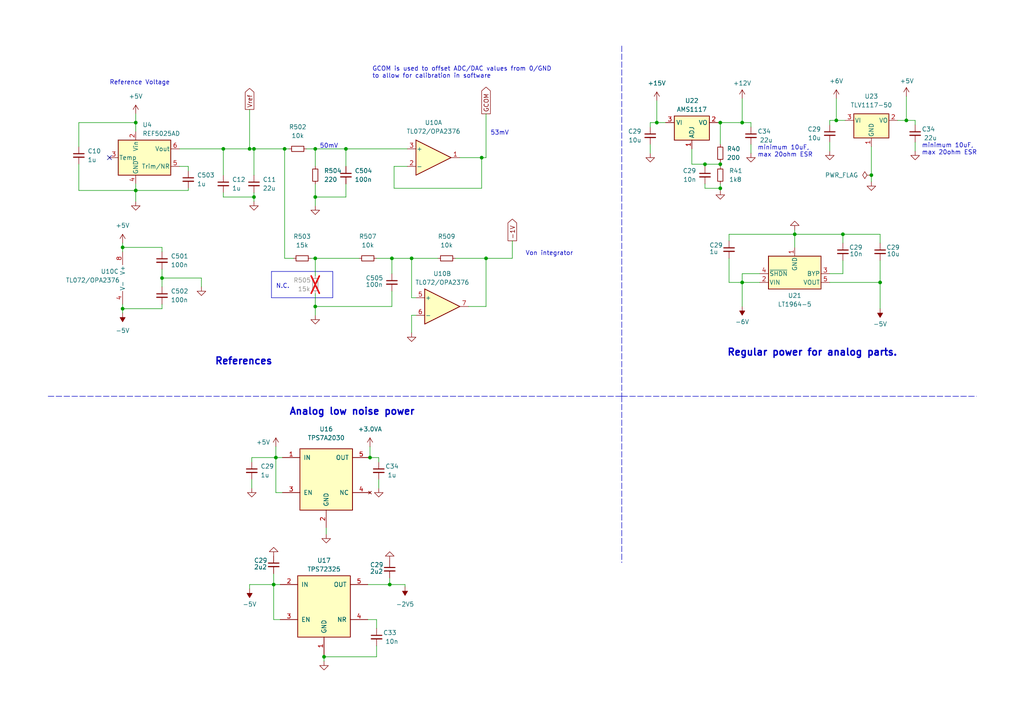
<source format=kicad_sch>
(kicad_sch (version 20230121) (generator eeschema)
  (paper "A4")
  (title_block (title "Electronic Load Analog Test Board") (date "2024-02-06") (rev "${VERSION}") (comment 1 "License: CERN-OHL-W-2.0"))
  (lib_symbols
    (symbol "Amplifier_Operational:TL072" (pin_names (offset 0.127))
      (property "Reference" "U" (at 0 5.08 0))
      (property "Value" "TL072" (at 0 -5.08 0))
      (symbol "TL072_1_1"
        (polyline (pts (xy -5.08 5.08) (xy 5.08 0) (xy -5.08 -5.08) (xy -5.08 5.08)) (stroke (width 0.254)) (fill (type background)))
        (pin output line (at 7.62 0 180) (length 2.54) (name "~") (number "1"))
        (pin input line (at -7.62 -2.54 0) (length 2.54) (name "-") (number "2"))
        (pin input line (at -7.62 2.54 0) (length 2.54) (name "+") (number "3"))
      )
      (symbol "TL072_2_1"
        (polyline (pts (xy -5.08 5.08) (xy 5.08 0) (xy -5.08 -5.08) (xy -5.08 5.08)) (stroke (width 0.254)) (fill (type background)))
        (pin input line (at -7.62 2.54 0) (length 2.54) (name "+") (number "5"))
        (pin input line (at -7.62 -2.54 0) (length 2.54) (name "-") (number "6"))
        (pin output line (at 7.62 0 180) (length 2.54) (name "~") (number "7"))
      )
      (symbol "TL072_3_1"
        (pin power_in line (at -2.54 -7.62 90) (length 3.81) (name "V-") (number "4"))
        (pin power_in line (at -2.54 7.62 270) (length 3.81) (name "V+") (number "8"))
      )
    )
    (symbol "Device:C_Small" (pin_numbers hide) (pin_names (offset 0.254) hide)
      (property "Reference" "C" (at 0.254 1.778 0))
      (property "Value" "C_Small" (at 0.254 -2.032 0))
      (symbol "C_Small_0_1"
        (polyline (pts (xy -1.524 -0.508) (xy 1.524 -0.508)) (stroke (width 0.3302)))
        (polyline (pts (xy -1.524 0.508) (xy 1.524 0.508)) (stroke (width 0.3048)))
      )
      (symbol "C_Small_1_1"
        (pin passive line (at 0 2.54 270) (length 2.032) (name "~") (number "1"))
        (pin passive line (at 0 -2.54 90) (length 2.032) (name "~") (number "2"))
      )
    )
    (symbol "Device:R_Small" (pin_numbers hide) (pin_names (offset 0.254) hide)
      (property "Reference" "R" (at 0.762 0.508 0))
      (property "Value" "R_Small" (at 0.762 -1.016 0))
      (symbol "R_Small_0_1"
        (rectangle (start -0.762 1.778) (end 0.762 -1.778) (stroke (width 0.2032)))
      )
      (symbol "R_Small_1_1"
        (pin passive line (at 0 2.54 270) (length 0.762) (name "~") (number "1"))
        (pin passive line (at 0 -2.54 90) (length 0.762) (name "~") (number "2"))
      )
    )
    (symbol "EL-Load-Digital-parts:+3.0VA" (power) (pin_names (offset 0))
      (property "Value" "+3.0VA" (at 0 3.556 0))
      (symbol "+3.0VA_0_1"
        (polyline (pts (xy -0.762 1.27) (xy 0 2.54)))
        (polyline (pts (xy 0 0) (xy 0 2.54)))
        (polyline (pts (xy 0 2.54) (xy 0.762 1.27)))
      )
      (symbol "+3.0VA_1_1"
        (pin power_in line (at 0 0 90) (length 0) hide (name "+3.0VA") (number "1"))
      )
    )
    (symbol "EL-Load-Digital-parts:TPS72325" (pin_names (offset 1.016))
      (property "Reference" "U" (at 0 10.795 0))
      (property "Value" "TPS72325" (at 0 8.89 0))
      (symbol "TPS72325_0_1"
        (rectangle (start -7.62 7.62) (end 7.62 -10.16) (stroke (width 0.254)) (fill (type background)))
      )
      (symbol "TPS72325_1_1"
        (pin power_in line (at 0 -15.24 90) (length 5.08) (name "GND") (number "1"))
        (pin power_in line (at -12.7 5.08 0) (length 5.08) (name "IN") (number "2"))
        (pin input line (at -12.7 -5.08 0) (length 5.08) (name "EN") (number "3"))
        (pin input line (at 12.7 -5.08 180) (length 5.08) (name "NR") (number "4"))
        (pin power_out line (at 12.7 5.08 180) (length 5.08) (name "OUT") (number "5"))
      )
    )
    (symbol "EL-Load-Digital-parts:TPS7A2030" (pin_names (offset 1.016))
      (property "Reference" "U" (at 0 10.795 0))
      (property "Value" "TPS7A2030" (at 0 8.89 0))
      (symbol "TPS7A2030_0_1"
        (rectangle (start -7.62 7.62) (end 7.62 -10.16) (stroke (width 0.254)) (fill (type background)))
      )
      (symbol "TPS7A2030_1_1"
        (pin power_in line (at -12.7 5.08 0) (length 5.08) (name "IN") (number "1"))
        (pin power_in line (at 0 -15.24 90) (length 5.08) (name "GND") (number "2"))
        (pin input line (at -12.7 -5.08 0) (length 5.08) (name "EN") (number "3"))
        (pin no_connect line (at 12.7 -5.08 180) (length 5.08) (name "NC") (number "4"))
        (pin power_out line (at 12.7 5.08 180) (length 5.08) (name "OUT") (number "5"))
      )
    )
    (symbol "Reference_Voltage:REF5025AD" (pin_names (offset 0.254))
      (property "Reference" "U" (at -1.27 8.255 0))
      (property "Value" "REF5025AD" (at -1.27 6.35 0))
      (symbol "REF5025AD_0_1"
        (rectangle (start -7.62 5.08) (end 7.62 -5.08) (stroke (width 0.254)) (fill (type background)))
      )
      (symbol "REF5025AD_1_1"
        (pin no_connect line (at -7.62 2.54 0) (length 2.54) hide (name "DNC") (number "1"))
        (pin power_in line (at -2.54 7.62 270) (length 2.54) (name "Vin") (number "2"))
        (pin passive line (at -10.16 0 0) (length 2.54) (name "Temp") (number "3"))
        (pin power_in line (at -2.54 -7.62 90) (length 2.54) (name "GND") (number "4"))
        (pin passive line (at 10.16 -2.54 180) (length 2.54) (name "Trim/NR") (number "5"))
        (pin power_out line (at 10.16 2.54 180) (length 2.54) (name "Vout") (number "6"))
        (pin no_connect line (at -5.08 -5.08 90) (length 2.54) hide (name "NC") (number "7"))
        (pin no_connect line (at 7.62 0 180) (length 2.54) hide (name "DNC") (number "8"))
      )
    )
    (symbol "Regulator_Linear:AMS1117"
      (property "Reference" "U" (at -3.81 3.175 0))
      (property "Value" "AMS1117" (at 0 3.175 0))
      (symbol "AMS1117_0_1"
        (rectangle (start -5.08 -5.08) (end 5.08 1.905) (stroke (width 0.254)) (fill (type background)))
      )
      (symbol "AMS1117_1_1"
        (pin input line (at 0 -7.62 90) (length 2.54) (name "ADJ") (number "1"))
        (pin power_out line (at 7.62 0 180) (length 2.54) (name "VO") (number "2"))
        (pin power_in line (at -7.62 0 0) (length 2.54) (name "VI") (number "3"))
      )
    )
    (symbol "Regulator_Linear:LT1964-5" (pin_names (offset 0.254))
      (property "Reference" "U" (at -6.35 -5.715 0))
      (property "Value" "LT1964-5" (at 0 -5.715 0))
      (symbol "LT1964-5_0_1"
        (rectangle (start -7.62 5.08) (end 7.62 -4.445) (stroke (width 0.254)) (fill (type background)))
      )
      (symbol "LT1964-5_1_1"
        (pin power_in line (at 0 7.62 270) (length 2.54) (name "GND") (number "1"))
        (pin power_in line (at -10.16 -2.54 0) (length 2.54) (name "VIN") (number "2"))
        (pin passive line (at 10.16 0 180) (length 2.54) (name "BYP") (number "3"))
        (pin input line (at -10.16 0 0) (length 2.54) (name "~{SHDN}") (number "4"))
        (pin power_out line (at 10.16 -2.54 180) (length 2.54) (name "VOUT") (number "5"))
      )
    )
    (symbol "Regulator_Linear:TLV1117-50" (pin_names (offset 0.254))
      (property "Reference" "U" (at -3.81 3.175 0))
      (property "Value" "TLV1117-50" (at 0 3.175 0))
      (symbol "TLV1117-50_0_1"
        (rectangle (start -5.08 -5.08) (end 5.08 1.905) (stroke (width 0.254)) (fill (type background)))
      )
      (symbol "TLV1117-50_1_1"
        (pin power_in line (at 0 -7.62 90) (length 2.54) (name "GND") (number "1"))
        (pin power_out line (at 7.62 0 180) (length 2.54) (name "VO") (number "2"))
        (pin power_in line (at -7.62 0 0) (length 2.54) (name "VI") (number "3"))
      )
    )
    (symbol "power:+12V" (power) (pin_names (offset 0))
      (property "Value" "+12V" (at 0 3.556 0))
      (symbol "+12V_0_1"
        (polyline (pts (xy -0.762 1.27) (xy 0 2.54)))
        (polyline (pts (xy 0 0) (xy 0 2.54)))
        (polyline (pts (xy 0 2.54) (xy 0.762 1.27)))
      )
      (symbol "+12V_1_1"
        (pin power_in line (at 0 0 90) (length 0) hide (name "+12V") (number "1"))
      )
    )
    (symbol "power:+15V" (power) (pin_names (offset 0))
      (property "Value" "+15V" (at 0 3.556 0))
      (symbol "+15V_0_1"
        (polyline (pts (xy -0.762 1.27) (xy 0 2.54)))
        (polyline (pts (xy 0 0) (xy 0 2.54)))
        (polyline (pts (xy 0 2.54) (xy 0.762 1.27)))
      )
      (symbol "+15V_1_1"
        (pin power_in line (at 0 0 90) (length 0) hide (name "+15V") (number "1"))
      )
    )
    (symbol "power:+5V" (power) (pin_names (offset 0))
      (property "Value" "+5V" (at 0 3.556 0))
      (symbol "+5V_0_1"
        (polyline (pts (xy -0.762 1.27) (xy 0 2.54)))
        (polyline (pts (xy 0 0) (xy 0 2.54)))
        (polyline (pts (xy 0 2.54) (xy 0.762 1.27)))
      )
      (symbol "+5V_1_1"
        (pin power_in line (at 0 0 90) (length 0) hide (name "+5V") (number "1"))
      )
    )
    (symbol "power:+6V" (power) (pin_names (offset 0))
      (property "Value" "+6V" (at 0 3.556 0))
      (symbol "+6V_0_1"
        (polyline (pts (xy -0.762 1.27) (xy 0 2.54)))
        (polyline (pts (xy 0 0) (xy 0 2.54)))
        (polyline (pts (xy 0 2.54) (xy 0.762 1.27)))
      )
      (symbol "+6V_1_1"
        (pin power_in line (at 0 0 90) (length 0) hide (name "+6V") (number "1"))
      )
    )
    (symbol "power:-2V5" (power) (pin_names (offset 0))
      (property "Value" "-2V5" (at 0 3.81 0))
      (symbol "-2V5_0_0"
        (pin power_in line (at 0 0 90) (length 0) hide (name "-2V5") (number "1"))
      )
      (symbol "-2V5_0_1"
        (polyline (pts (xy 0 0) (xy 0 1.27) (xy 0.762 1.27) (xy 0 2.54) (xy -0.762 1.27) (xy 0 1.27)) (fill (type outline)))
      )
    )
    (symbol "power:-5V" (power) (pin_names (offset 0))
      (property "Value" "-5V" (at 0 3.81 0))
      (symbol "-5V_0_0"
        (pin power_in line (at 0 0 90) (length 0) hide (name "-5V") (number "1"))
      )
      (symbol "-5V_0_1"
        (polyline (pts (xy 0 0) (xy 0 1.27) (xy 0.762 1.27) (xy 0 2.54) (xy -0.762 1.27) (xy 0 1.27)) (fill (type outline)))
      )
    )
    (symbol "power:-6V" (power) (pin_names (offset 0))
      (property "Value" "-6V" (at 0 3.81 0))
      (symbol "-6V_0_0"
        (pin power_in line (at 0 0 90) (length 0) hide (name "-6V") (number "1"))
      )
      (symbol "-6V_0_1"
        (polyline (pts (xy 0 0) (xy 0 1.27) (xy 0.762 1.27) (xy 0 2.54) (xy -0.762 1.27) (xy 0 1.27)) (fill (type outline)))
      )
    )
    (symbol "power:GND" (power) (pin_names (offset 0))
      (property "Value" "GND" (at 0 -3.81 0))
      (symbol "GND_0_1"
        (polyline (pts (xy 0 0) (xy 0 -1.27) (xy 1.27 -1.27) (xy 0 -2.54) (xy -1.27 -1.27) (xy 0 -1.27)))
      )
      (symbol "GND_1_1"
        (pin power_in line (at 0 0 270) (length 0) hide (name "GND") (number "1"))
      )
    )
    (symbol "power:PWR_FLAG" (power) (pin_numbers hide) (pin_names (offset 0) hide)
      (property "Value" "PWR_FLAG" (at 0 3.81 0))
      (symbol "PWR_FLAG_0_0"
        (pin power_out line (at 0 0 90) (length 0) (name "pwr") (number "1"))
      )
      (symbol "PWR_FLAG_0_1"
        (polyline (pts (xy 0 0) (xy 0 1.27) (xy -1.016 1.905) (xy 0 2.54) (xy 1.016 1.905) (xy 0 1.27)))
      )
    )
  )
  (junction (at 208.915 54.61))
  (junction (at 73.66 57.15))
  (junction (at 208.915 35.56))
  (junction (at 35.56 71.755))
  (junction (at 64.77 43.18))
  (junction (at 255.27 81.915))
  (junction (at 208.915 47.625))
  (junction (at 215.265 35.56))
  (junction (at 113.665 74.93))
  (junction (at 244.475 67.945))
  (junction (at 215.265 81.915))
  (junction (at 82.55 43.18))
  (junction (at 242.57 34.925))
  (junction (at 190.5 35.56))
  (junction (at 204.47 47.625))
  (junction (at 262.89 34.925))
  (junction (at 252.73 50.8))
  (junction (at 35.56 89.535))
  (junction (at 39.37 55.245))
  (junction (at 73.66 43.18))
  (junction (at 107.315 132.715))
  (junction (at 140.97 74.93))
  (junction (at 46.99 80.645))
  (junction (at 80.01 132.715))
  (junction (at 119.38 74.93))
  (junction (at 230.505 67.945))
  (junction (at 39.37 35.56))
  (junction (at 139.7 45.72))
  (junction (at 93.98 190.5))
  (junction (at 79.375 169.545))
  (junction (at 91.44 88.9))
  (junction (at 91.44 74.93))
  (junction (at 100.33 43.18))
  (junction (at 91.44 43.18))
  (junction (at 91.44 57.15))
  (junction (at 72.39 43.18))
  (junction (at 113.03 169.545))
  (no_connect (at 31.75 45.72))
  (wire (pts (xy 72.39 169.545) (xy 79.375 169.545)))
  (wire (pts (xy 132.08 74.93) (xy 140.97 74.93)))
  (wire (pts (xy 72.39 169.545) (xy 72.39 170.815)))
  (wire (pts (xy 81.28 179.705) (xy 79.375 179.705)))
  (wire (pts (xy 22.86 47.625) (xy 22.86 55.245)))
  (wire (pts (xy 240.665 41.275) (xy 240.665 43.815)))
  (wire (pts (xy 94.615 153.035) (xy 94.615 154.94)))
  (polyline (pts (xy 78.74 78.74) (xy 78.74 86.36)))
  (wire (pts (xy 215.265 28.575) (xy 215.265 35.56)))
  (wire (pts (xy 119.38 74.93) (xy 119.38 86.36)))
  (wire (pts (xy 93.98 189.865) (xy 93.98 190.5)))
  (wire (pts (xy 113.03 167.64) (xy 113.03 169.545)))
  (wire (pts (xy 139.7 45.72) (xy 140.97 45.72)))
  (polyline (pts (xy 180.34 114.935) (xy 180.34 163.195)) (stroke (width 0) (type dash)))
  (wire (pts (xy 46.99 88.265) (xy 46.99 89.535)))
  (wire (pts (xy 79.375 179.705) (xy 79.375 169.545)))
  (polyline (pts (xy 78.74 78.74) (xy 96.52 78.74)))
  (wire (pts (xy 88.9 43.18) (xy 91.44 43.18)))
  (wire (pts (xy 211.455 74.93) (xy 211.455 81.915)))
  (wire (pts (xy 90.17 74.93) (xy 91.44 74.93)))
  (wire (pts (xy 100.33 43.18) (xy 100.33 48.26)))
  (wire (pts (xy 93.98 190.5) (xy 93.98 191.77)))
  (wire (pts (xy 140.97 88.9) (xy 135.89 88.9)))
  (wire (pts (xy 58.42 83.185) (xy 58.42 80.645)))
  (wire (pts (xy 46.99 73.025) (xy 46.99 71.755)))
  (wire (pts (xy 242.57 28.575) (xy 242.57 34.925)))
  (wire (pts (xy 54.61 55.245) (xy 39.37 55.245)))
  (wire (pts (xy 200.66 43.18) (xy 200.66 47.625)))
  (wire (pts (xy 91.44 74.93) (xy 91.44 80.01)))
  (wire (pts (xy 91.44 85.09) (xy 91.44 88.9)))
  (wire (pts (xy 39.37 55.245) (xy 39.37 58.42)))
  (wire (pts (xy 240.665 34.925) (xy 242.57 34.925)))
  (wire (pts (xy 262.89 27.94) (xy 262.89 34.925)))
  (wire (pts (xy 140.97 74.93) (xy 148.59 74.93)))
  (wire (pts (xy 46.99 78.105) (xy 46.99 80.645)))
  (wire (pts (xy 91.44 57.15) (xy 100.33 57.15)))
  (wire (pts (xy 39.37 33.02) (xy 39.37 35.56)))
  (wire (pts (xy 230.505 66.675) (xy 230.505 67.945)))
  (wire (pts (xy 120.65 86.36) (xy 119.38 86.36)))
  (wire (pts (xy 190.5 29.21) (xy 190.5 35.56)))
  (wire (pts (xy 220.345 79.375) (xy 215.265 79.375)))
  (wire (pts (xy 22.86 55.245) (xy 39.37 55.245)))
  (wire (pts (xy 119.38 91.44) (xy 119.38 96.52)))
  (wire (pts (xy 204.47 47.625) (xy 204.47 48.26)))
  (wire (pts (xy 208.915 35.56) (xy 215.265 35.56)))
  (polyline (pts (xy 13.97 114.935) (xy 180.34 114.935)) (stroke (width 0) (type dash)))
  (wire (pts (xy 91.44 88.9) (xy 113.665 88.9)))
  (wire (pts (xy 91.44 43.18) (xy 100.33 43.18)))
  (wire (pts (xy 100.33 43.18) (xy 118.11 43.18)))
  (wire (pts (xy 35.56 71.755) (xy 46.99 71.755)))
  (wire (pts (xy 148.59 69.85) (xy 148.59 74.93)))
  (wire (pts (xy 39.37 35.56) (xy 39.37 38.1)))
  (wire (pts (xy 255.27 81.915) (xy 255.27 89.535)))
  (wire (pts (xy 82.55 74.93) (xy 82.55 43.18)))
  (wire (pts (xy 244.475 75.565) (xy 244.475 79.375)))
  (wire (pts (xy 208.915 53.34) (xy 208.915 54.61)))
  (wire (pts (xy 188.595 41.91) (xy 188.595 44.45)))
  (wire (pts (xy 35.56 88.265) (xy 35.56 89.535)))
  (polyline (pts (xy 180.34 114.935) (xy 283.21 114.935)) (stroke (width 0) (type dash)))
  (wire (pts (xy 117.475 170.18) (xy 117.475 169.545)))
  (wire (pts (xy 190.5 35.56) (xy 193.04 35.56)))
  (wire (pts (xy 204.47 47.625) (xy 208.915 47.625)))
  (wire (pts (xy 100.33 53.34) (xy 100.33 57.15)))
  (wire (pts (xy 240.665 34.925) (xy 240.665 36.195)))
  (wire (pts (xy 139.7 45.72) (xy 133.35 45.72)))
  (wire (pts (xy 113.665 74.93) (xy 113.665 79.375)))
  (wire (pts (xy 240.665 81.915) (xy 255.27 81.915)))
  (wire (pts (xy 265.43 41.275) (xy 265.43 43.815)))
  (wire (pts (xy 208.915 46.99) (xy 208.915 47.625)))
  (wire (pts (xy 73.025 139.065) (xy 73.025 141.605)))
  (polyline (pts (xy 180.34 13.335) (xy 180.34 114.935)) (stroke (width 0) (type dash)))
  (wire (pts (xy 72.39 31.75) (xy 72.39 43.18)))
  (wire (pts (xy 119.38 74.93) (xy 127 74.93)))
  (wire (pts (xy 72.39 43.18) (xy 73.66 43.18)))
  (polyline (pts (xy 96.52 86.36) (xy 78.74 86.36)))
  (wire (pts (xy 188.595 35.56) (xy 188.595 36.83)))
  (wire (pts (xy 217.805 41.91) (xy 217.805 44.45)))
  (wire (pts (xy 109.855 139.065) (xy 109.855 141.605)))
  (wire (pts (xy 188.595 35.56) (xy 190.5 35.56)))
  (wire (pts (xy 80.01 142.875) (xy 80.01 132.715)))
  (wire (pts (xy 211.455 67.945) (xy 211.455 69.85)))
  (wire (pts (xy 80.01 129.54) (xy 80.01 132.715)))
  (wire (pts (xy 215.265 35.56) (xy 217.805 35.56)))
  (wire (pts (xy 204.47 53.34) (xy 204.47 54.61)))
  (wire (pts (xy 52.07 43.18) (xy 64.77 43.18)))
  (wire (pts (xy 252.73 42.545) (xy 252.73 50.8)))
  (wire (pts (xy 255.27 67.945) (xy 244.475 67.945)))
  (wire (pts (xy 91.44 57.15) (xy 91.44 59.69)))
  (wire (pts (xy 215.265 81.915) (xy 215.265 88.9)))
  (wire (pts (xy 91.44 53.34) (xy 91.44 57.15)))
  (wire (pts (xy 82.55 43.18) (xy 83.82 43.18)))
  (wire (pts (xy 217.805 35.56) (xy 217.805 36.83)))
  (wire (pts (xy 39.37 53.34) (xy 39.37 55.245)))
  (wire (pts (xy 113.665 74.93) (xy 119.38 74.93)))
  (wire (pts (xy 107.315 132.715) (xy 109.855 132.715)))
  (wire (pts (xy 208.915 35.56) (xy 208.915 41.91)))
  (wire (pts (xy 120.65 91.44) (xy 119.38 91.44)))
  (wire (pts (xy 22.86 42.545) (xy 22.86 35.56)))
  (wire (pts (xy 113.665 84.455) (xy 113.665 88.9)))
  (wire (pts (xy 64.77 43.18) (xy 72.39 43.18)))
  (wire (pts (xy 35.56 89.535) (xy 35.56 90.805)))
  (wire (pts (xy 106.68 169.545) (xy 113.03 169.545)))
  (wire (pts (xy 109.22 187.325) (xy 109.22 190.5)))
  (wire (pts (xy 140.97 74.93) (xy 140.97 88.9)))
  (wire (pts (xy 73.66 43.18) (xy 73.66 50.8)))
  (wire (pts (xy 118.11 48.26) (xy 114.3 48.26)))
  (wire (pts (xy 91.44 43.18) (xy 91.44 48.26)))
  (wire (pts (xy 73.66 43.18) (xy 82.55 43.18)))
  (wire (pts (xy 244.475 79.375) (xy 240.665 79.375)))
  (wire (pts (xy 46.99 80.645) (xy 46.99 83.185)))
  (wire (pts (xy 107.315 129.54) (xy 107.315 132.715)))
  (wire (pts (xy 230.505 67.945) (xy 230.505 71.755)))
  (wire (pts (xy 140.97 33.02) (xy 140.97 45.72)))
  (wire (pts (xy 242.57 34.925) (xy 245.11 34.925)))
  (polyline (pts (xy 96.52 78.74) (xy 96.52 86.36)))
  (wire (pts (xy 262.89 34.925) (xy 265.43 34.925)))
  (wire (pts (xy 35.56 70.485) (xy 35.56 71.755)))
  (wire (pts (xy 215.265 79.375) (xy 215.265 81.915)))
  (wire (pts (xy 79.375 166.37) (xy 79.375 169.545)))
  (wire (pts (xy 255.27 70.485) (xy 255.27 67.945)))
  (wire (pts (xy 204.47 54.61) (xy 208.915 54.61)))
  (wire (pts (xy 64.77 55.88) (xy 64.77 57.15)))
  (wire (pts (xy 109.855 132.715) (xy 109.855 133.985)))
  (wire (pts (xy 114.3 48.26) (xy 114.3 54.61)))
  (wire (pts (xy 64.77 57.15) (xy 73.66 57.15)))
  (wire (pts (xy 106.68 179.705) (xy 109.22 179.705)))
  (wire (pts (xy 244.475 67.945) (xy 244.475 70.485)))
  (wire (pts (xy 208.28 35.56) (xy 208.915 35.56)))
  (wire (pts (xy 64.77 43.18) (xy 64.77 50.8)))
  (wire (pts (xy 35.56 89.535) (xy 46.99 89.535)))
  (wire (pts (xy 252.73 50.8) (xy 252.73 52.705)))
  (wire (pts (xy 244.475 67.945) (xy 230.505 67.945)))
  (wire (pts (xy 139.7 54.61) (xy 139.7 45.72)))
  (wire (pts (xy 208.915 54.61) (xy 208.915 55.245)))
  (wire (pts (xy 91.44 88.9) (xy 91.44 91.44)))
  (wire (pts (xy 73.025 132.715) (xy 80.01 132.715)))
  (wire (pts (xy 255.27 81.915) (xy 255.27 75.565)))
  (wire (pts (xy 109.22 190.5) (xy 93.98 190.5)))
  (wire (pts (xy 208.915 47.625) (xy 208.915 48.26)))
  (wire (pts (xy 200.66 47.625) (xy 204.47 47.625)))
  (wire (pts (xy 109.22 179.705) (xy 109.22 182.245)))
  (wire (pts (xy 230.505 67.945) (xy 211.455 67.945)))
  (wire (pts (xy 215.265 81.915) (xy 220.345 81.915)))
  (wire (pts (xy 81.915 132.715) (xy 80.01 132.715)))
  (wire (pts (xy 54.61 54.61) (xy 54.61 55.245)))
  (wire (pts (xy 113.03 169.545) (xy 117.475 169.545)))
  (wire (pts (xy 265.43 34.925) (xy 265.43 36.195)))
  (wire (pts (xy 22.86 35.56) (xy 39.37 35.56)))
  (wire (pts (xy 46.99 80.645) (xy 58.42 80.645)))
  (wire (pts (xy 85.09 74.93) (xy 82.55 74.93)))
  (wire (pts (xy 35.56 71.755) (xy 35.56 73.025)))
  (wire (pts (xy 52.07 48.26) (xy 54.61 48.26)))
  (wire (pts (xy 73.025 132.715) (xy 73.025 133.985)))
  (wire (pts (xy 211.455 81.915) (xy 215.265 81.915)))
  (wire (pts (xy 260.35 34.925) (xy 262.89 34.925)))
  (wire (pts (xy 114.3 54.61) (xy 139.7 54.61)))
  (wire (pts (xy 81.915 142.875) (xy 80.01 142.875)))
  (wire (pts (xy 81.28 169.545) (xy 79.375 169.545)))
  (wire (pts (xy 54.61 48.26) (xy 54.61 49.53)))
  (wire (pts (xy 73.66 57.15) (xy 73.66 58.42)))
  (wire (pts (xy 109.22 74.93) (xy 113.665 74.93)))
  (wire (pts (xy 91.44 74.93) (xy 104.14 74.93)))
  (wire (pts (xy 73.66 55.88) (xy 73.66 57.15)))
  (text "minimum 10uF, \nmax 20ohm ESR" (at 219.71 45.72 0) (effects (font (size 1.27 1.27)) (justify left bottom)))
  (text "GCOM is used to offset ADC/DAC values from 0/GND \nto allow for calibration in software\n" (at 107.95 22.86 0) (effects (font (size 1.27 1.27)) (justify left bottom)))
  (text "Analog low noise power" (at 83.82 120.65 0) (effects (font (size 2 2) (thickness 0.4) bold) (justify left bottom)))
  (text "N.C." (at 80.01 83.82 0) (effects (font (size 1.27 1.27)) (justify left bottom)))
  (text "53mV\n" (at 142.24 39.37 0) (effects (font (size 1.27 1.27)) (justify left bottom)))
  (text "minimum 10uF, \nmax 20ohm ESR" (at 267.335 45.085 0) (effects (font (size 1.27 1.27)) (justify left bottom)))
  (text "References" (at 62.23 106.045 0) (effects (font (size 2 2) (thickness 0.4) bold) (justify left bottom)))
  (text "Reference Voltage" (at 31.75 24.765 0) (effects (font (size 1.27 1.27)) (justify left bottom)))
  (text "Von integrator\n" (at 152.4 74.295 0) (effects (font (size 1.27 1.27)) (justify left bottom)))
  (text "50mV\n" (at 92.71 43.18 0) (effects (font (size 1.27 1.27)) (justify left bottom)))
  (text "Regular power for analog parts." (at 210.82 103.505 0) (effects (font (size 2 2) (thickness 0.4) bold) (justify left bottom)))
  (global_label "GCOM" (shape output) (at 140.97 33.02 90) (property "Intersheetrefs" "${INTERSHEET_REFS}" (effects hide)))
  (global_label "-1V" (shape output) (at 148.59 69.85 90) (property "Intersheetrefs" "${INTERSHEET_REFS}" (effects hide)))
  (global_label "Vref" (shape output) (at 72.39 31.75 90) (property "Intersheetrefs" "${INTERSHEET_REFS}" (effects hide)))
  (symbol (lib_id "Device:C_Small") (at 64.77 53.34 0) (unit 1)
    (property "Reference" "C12" (at 67.31 52.0762 0) (effects (justify left)))
    (property "Value" "1u" (at 67.31 54.6162 0) (effects (justify left)))
    (property "Footprint" "Capacitor_SMD:C_0805_2012Metric" (effects hide))
    (property "Part Name" "C_1.0uF_0805_20%" (effects hide))
  )
  (symbol (lib_id "Device:R_Small") (at 87.63 74.93 90) (unit 1)
    (property "Reference" "R503" (at 87.63 68.58 90))
    (property "Value" "15k" (at 87.63 71.12 90))
    (property "Footprint" "Resistor_SMD:R_0805_2012Metric" (effects hide))
    (property "Part Name" "R_15.0kΩ_0805_1%" (effects hide))
  )
  (symbol (lib_id "Device:C_Small") (at 113.03 165.1 0) (unit 1)
    (property "Reference" "C29" (at 107.315 163.83 0) (effects (justify left)))
    (property "Value" "2u2" (at 107.315 165.735 0) (effects (justify left)))
    (property "Footprint" "Capacitor_SMD:C_0805_2012Metric" (effects hide))
    (property "Part Name" "C_2.2uF_25V_X7R_10%_0805" (effects hide))
    (instances (project "EL-Load-Analog" (path "" (reference "C29") (unit 1)) (path "" (reference "C35") (unit 1))) (project "EL-Load-Digital" (path "" (reference "C12") (unit 1))))
  )
  (symbol (lib_id "Device:C_Small") (at 109.22 184.785 0) (unit 1)
    (property "Reference" "C33" (at 111.125 183.515 0) (effects (justify left)))
    (property "Value" "10n" (at 111.76 186.0612 0) (effects (justify left)))
    (property "Footprint" "Capacitor_SMD:C_0805_2012Metric" (effects hide))
    (property "Part Name" "C_10.0nF_0805_20%" (effects hide))
    (instances (project "EL-Load-Analog" (path "" (reference "C33") (unit 1)) (path "" (reference "C43") (unit 1))) (project "EL-Load-Digital" (path "" (reference "C24") (unit 1))))
  )
  (symbol (lib_id "Regulator_Linear:LT1964-5") (at 230.505 79.375 0) (unit 1)
    (property "Reference" "U21" (at 230.505 85.725 0))
    (property "Value" "LT1964-5" (at 230.505 88.265 0))
    (property "Footprint" "Package_TO_SOT_SMD:TSOT-23-5" (effects hide))
    (property "Datasheet" "https://www.analog.com/media/en/technical-documentation/data-sheets/1964fb.pdf" (effects hide))
    (property "Part Name" "U_LT1964ES5" (effects hide))
  )
  (symbol (lib_id "Device:C_Small") (at 255.27 73.025 0) (mirror y) (unit 1)
    (property "Reference" "C29" (at 260.985 71.755 0) (effects (justify left)))
    (property "Value" "10u" (at 260.985 73.66 0) (effects (justify left)))
    (property "Footprint" "Capacitor_SMD:C_0805_2012Metric" (effects hide))
    (property "Part Name" "C_10.0uF_25V_X7R_10%_0805" (effects hide))
    (instances (project "EL-Load-Analog" (path "" (reference "C29") (unit 1)) (path "" (reference "C49") (unit 1))) (project "EL-Load-Digital" (path "" (reference "C12") (unit 1))))
  )
  (symbol (lib_id "Device:C_Small") (at 265.43 38.735 0) (unit 1)
    (property "Reference" "C34" (at 267.335 37.465 0) (effects (justify left)))
    (property "Value" "22u" (at 267.97 40.0112 0) (effects (justify left)))
    (property "Footprint" "Capacitor_SMD:C_0805_2012Metric" (effects hide))
    (property "Part Name" "C_22u_16V_X5R_10%_0805" (effects hide))
    (instances (project "EL-Load-Analog" (path "" (reference "C34") (unit 1)) (path "" (reference "C51") (unit 1))) (project "EL-Load-Digital" (path "" (reference "C15") (unit 1))))
  )
  (symbol (lib_id "Device:R_Small") (at 129.54 74.93 90) (unit 1)
    (property "Reference" "R509" (at 129.54 68.58 90))
    (property "Value" "10k" (at 129.54 71.12 90))
    (property "Footprint" "Resistor_SMD:R_0805_2012Metric" (effects hide))
    (property "Part Name" "R_10.0kΩ_0805_1%" (effects hide))
  )
  (symbol (lib_id "Amplifier_Operational:TL072") (at 128.27 88.9 0) (unit 2)
    (property "Reference" "U10" (at 128.27 79.375 0))
    (property "Value" "TL072/OPA2376" (at 128.27 81.915 0))
    (property "Footprint" "Package_SO:SOIC-8_3.9x4.9mm_P1.27mm" (effects hide))
    (property "Datasheet" "http://www.ti.com/lit/ds/symlink/tl071.pdf" (effects hide))
    (property "Part Name" "U_TL072CDT " (effects hide))
  )
  (symbol (lib_id "power:GND") (at 79.375 161.29 180) (unit 1)
    (property "Reference" "#PWR098" (effects hide))
    (property "Value" "GND" (effects hide))
    (instances (project "EL-Load-Analog" (path "" (reference "#PWR098") (unit 1)) (path "" (reference "#PWR0126") (unit 1))) (project "EL-Load-Digital" (path "" (reference "#PWR028") (unit 1))))
  )
  (symbol (lib_id "Device:C_Small") (at 240.665 38.735 0) (mirror y) (unit 1)
    (property "Reference" "C29" (at 238.125 37.4713 0) (effects (justify left)))
    (property "Value" "10u" (at 238.125 40.0113 0) (effects (justify left)))
    (property "Footprint" "Capacitor_SMD:C_0805_2012Metric" (effects hide))
    (property "Part Name" "C_10.0uF_25V_X7R_10%_0805" (effects hide))
    (instances (project "EL-Load-Analog" (path "" (reference "C29") (unit 1)) (path "" (reference "C50") (unit 1))) (project "EL-Load-Digital" (path "" (reference "C12") (unit 1))))
  )
  (symbol (lib_id "power:-5V") (at 35.56 90.805 180) (unit 1)
    (property "Reference" "#PWR0504" (effects hide))
    (property "Value" "-5V" (at 35.56 95.885 0))
  )
  (symbol (lib_id "Device:R_Small") (at 208.915 50.8 0) (unit 1)
    (property "Reference" "R41" (at 211.455 49.5299 0) (effects (justify left)))
    (property "Value" "1k8" (at 211.455 52.0699 0) (effects (justify left)))
    (property "Footprint" "Resistor_SMD:R_0805_2012Metric" (effects hide))
    (property "Part Name" "R_1.8kΩ_0805_1%" (effects hide))
  )
  (symbol (lib_id "power:GND") (at 230.505 66.675 180) (unit 1)
    (property "Reference" "#PWR098" (effects hide))
    (property "Value" "GND" (effects hide))
    (instances (project "EL-Load-Analog" (path "" (reference "#PWR098") (unit 1)) (path "" (reference "#PWR0146") (unit 1))) (project "EL-Load-Digital" (path "" (reference "#PWR028") (unit 1))))
  )
  (symbol (lib_id "power:PWR_FLAG") (at 252.73 50.8 90) (unit 1)
    (property "Reference" "#FLG02" (effects hide))
    (property "Value" "PWR_FLAG" (at 248.92 50.8 90) (effects (justify left)))
  )
  (symbol (lib_id "power:GND") (at 252.73 52.705 0) (unit 1)
    (property "Reference" "#PWR0142" (effects hide))
    (property "Value" "GND" (effects hide))
    (instances (project "EL-Load-Analog" (path "" (reference "#PWR0142") (unit 1)) (path "" (reference "#PWR0161") (unit 1))) (project "EL-Load-Digital" (path "" (reference "#PWR035") (unit 1))))
  )
  (symbol (lib_id "Device:R_Small") (at 208.915 44.45 0) (unit 1)
    (property "Reference" "R40" (at 210.82 43.18 0) (effects (justify left)))
    (property "Value" "200" (at 210.82 45.72 0) (effects (justify left)))
    (property "Footprint" "Resistor_SMD:R_0805_2012Metric" (effects hide))
    (property "Part Name" "R_200.0Ω_0805_1%" (effects hide))
  )
  (symbol (lib_id "EL-Load-Digital-parts:+3.0VA") (at 107.315 129.54 0) (unit 1)
    (property "Reference" "#PWR0127" (effects hide))
    (property "Value" "+3.0VA" (at 107.315 124.46 0))
    (instances (project "EL-Load-Analog" (path "" (reference "#PWR0127") (unit 1)) (path "" (reference "#PWR094") (unit 1))) (project "EL-Load-Digital" (path "" (reference "#PWR033") (unit 1))))
  )
  (symbol (lib_id "power:GND") (at 265.43 43.815 0) (unit 1)
    (property "Reference" "#PWR0142" (effects hide))
    (property "Value" "GND" (effects hide))
    (instances (project "EL-Load-Analog" (path "" (reference "#PWR0142") (unit 1)) (path "" (reference "#PWR0167") (unit 1))) (project "EL-Load-Digital" (path "" (reference "#PWR035") (unit 1))))
  )
  (symbol (lib_id "Device:C_Small") (at 204.47 50.8 0) (mirror y) (unit 1)
    (property "Reference" "C29" (at 201.93 49.5363 0) (effects (justify left)))
    (property "Value" "10n" (at 201.93 52.0763 0) (effects (justify left)))
    (property "Footprint" "Capacitor_SMD:C_0805_2012Metric" (effects hide))
    (property "Part Name" "C_10.0nF_0805_20%" (effects hide))
    (instances (project "EL-Load-Analog" (path "" (reference "C29") (unit 1)) (path "" (reference "C54") (unit 1))) (project "EL-Load-Digital" (path "" (reference "C12") (unit 1))))
  )
  (symbol (lib_id "power:-5V") (at 255.27 89.535 180) (unit 1)
    (property "Reference" "#PWR0147" (effects hide))
    (property "Value" "-5V" (at 255.27 93.98 0))
  )
  (symbol (lib_id "power:+6V") (at 242.57 28.575 0) (unit 1)
    (property "Reference" "#PWR0168" (effects hide))
    (property "Value" "+6V" (at 242.57 23.495 0))
  )
  (symbol (lib_id "Device:C_Small") (at 54.61 52.07 0) (unit 1)
    (property "Reference" "C503" (at 57.15 50.8062 0) (effects (justify left)))
    (property "Value" "1u" (at 57.15 53.3462 0) (effects (justify left)))
    (property "Footprint" "Capacitor_SMD:C_0805_2012Metric" (effects hide))
    (property "Part Name" "C_1.0uF_0805_20%" (effects hide))
  )
  (symbol (lib_id "power:GND") (at 93.98 191.77 0) (unit 1)
    (property "Reference" "#PWR0124" (effects hide))
    (property "Value" "GND" (effects hide))
    (instances (project "EL-Load-Analog" (path "" (reference "#PWR0124") (unit 1)) (path "" (reference "#PWR093") (unit 1))) (project "EL-Load-Digital" (path "" (reference "#PWR031") (unit 1))))
  )
  (symbol (lib_id "power:-2V5") (at 117.475 170.18 180) (unit 1)
    (property "Reference" "#PWR0143" (effects hide))
    (property "Value" "-2V5" (at 117.475 175.26 0))
    (instances (project "EL-Load-Analog" (path "" (reference "#PWR0143") (unit 1)) (path "" (reference "#PWR098") (unit 1))) (project "EL-Load-Digital" (path "" (reference "#PWR059") (unit 1))))
  )
  (symbol (lib_id "Device:C_Small") (at 73.66 53.34 0) (unit 1)
    (property "Reference" "C11" (at 76.2 52.0763 0) (effects (justify left)))
    (property "Value" "22u" (at 76.2 54.6163 0) (effects (justify left)))
    (property "Footprint" "Capacitor_SMD:C_0805_2012Metric" (effects hide))
    (property "Part Name" "C_22u_16V_X5R_10%_0805" (effects hide))
  )
  (symbol (lib_id "power:GND") (at 119.38 96.52 0) (unit 1)
    (property "Reference" "#PWR0510" (effects hide))
    (property "Value" "GND" (effects hide))
  )
  (symbol (lib_id "power:+5V") (at 39.37 33.02 0) (unit 1)
    (property "Reference" "#PWR0501" (effects hide))
    (property "Value" "+5V" (at 39.37 27.94 0))
  )
  (symbol (lib_id "power:GND") (at 91.44 91.44 0) (unit 1)
    (property "Reference" "#PWR0508" (effects hide))
    (property "Value" "GND" (effects hide))
  )
  (symbol (lib_id "power:GND") (at 73.025 141.605 0) (unit 1)
    (property "Reference" "#PWR098" (effects hide))
    (property "Value" "GND" (effects hide))
    (instances (project "EL-Load-Analog" (path "" (reference "#PWR098") (unit 1)) (path "" (reference "#PWR084") (unit 1))) (project "EL-Load-Digital" (path "" (reference "#PWR028") (unit 1))))
  )
  (symbol (lib_id "power:GND") (at 94.615 154.94 0) (unit 1)
    (property "Reference" "#PWR0142" (effects hide))
    (property "Value" "GND" (effects hide))
    (instances (project "EL-Load-Analog" (path "" (reference "#PWR0142") (unit 1)) (path "" (reference "#PWR0143") (unit 1))) (project "EL-Load-Digital" (path "" (reference "#PWR035") (unit 1))))
  )
  (symbol (lib_id "power:GND") (at 39.37 58.42 0) (unit 1)
    (property "Reference" "#PWR0502" (effects hide))
    (property "Value" "GND" (effects hide))
  )
  (symbol (lib_id "Device:C_Small") (at 73.025 136.525 0) (unit 1)
    (property "Reference" "C29" (at 75.565 135.2612 0) (effects (justify left)))
    (property "Value" "1u" (at 75.565 137.8012 0) (effects (justify left)))
    (property "Footprint" "Capacitor_SMD:C_0805_2012Metric" (effects hide))
    (property "Part Name" "C_1.0uF_0805_20%" (effects hide))
    (instances (project "EL-Load-Analog" (path "" (reference "C29") (unit 1)) (path "" (reference "C29") (unit 1))) (project "EL-Load-Digital" (path "" (reference "C12") (unit 1))))
  )
  (symbol (lib_id "Device:R_Small") (at 91.44 50.8 0) (unit 1)
    (property "Reference" "R504" (at 93.98 49.5299 0) (effects (justify left)))
    (property "Value" "220" (at 93.98 52.0699 0) (effects (justify left)))
    (property "Footprint" "Resistor_SMD:R_0805_2012Metric" (effects hide))
    (property "Part Name" "R_220.0Ω_0805_1%" (effects hide))
  )
  (symbol (lib_id "Regulator_Linear:TLV1117-50") (at 252.73 34.925 0) (unit 1)
    (property "Reference" "U23" (at 252.73 27.94 0))
    (property "Value" "TLV1117-50" (at 252.73 30.48 0))
    (property "Footprint" "Package_TO_SOT_SMD:SOT-223-3_TabPin2" (effects hide))
    (property "Datasheet" "http://www.ti.com/lit/ds/symlink/tlv1117.pdf" (effects hide))
    (property "Part Name" "U_AZ1117CH-5.0TRG1" (effects hide))
  )
  (symbol (lib_id "power:-5V") (at 72.39 170.815 180) (unit 1)
    (property "Reference" "#PWR0127" (effects hide))
    (property "Value" "-5V" (at 72.39 175.26 0))
  )
  (symbol (lib_id "power:GND") (at 208.915 55.245 0) (unit 1)
    (property "Reference" "#PWR0142" (effects hide))
    (property "Value" "GND" (effects hide))
    (instances (project "EL-Load-Analog" (path "" (reference "#PWR0142") (unit 1)) (path "" (reference "#PWR0172") (unit 1))) (project "EL-Load-Digital" (path "" (reference "#PWR035") (unit 1))))
  )
  (symbol (lib_id "Reference_Voltage:REF5025AD") (at 41.91 45.72 0) (unit 1)
    (property "Reference" "U4" (at 41.3259 36.195 0) (effects (justify left)))
    (property "Value" "REF5025AD" (at 41.3259 38.735 0) (effects (justify left)))
    (property "Footprint" "Package_SO:SOIC-8_3.9x4.9mm_P1.27mm" (effects hide))
    (property "Datasheet" "http://www.ti.com/lit/ds/symlink/ref5030.pdf" (effects hide))
    (property "Part Name" "U_REF5025" (effects hide))
  )
  (symbol (lib_id "power:+5V") (at 35.56 70.485 0) (unit 1)
    (property "Reference" "#PWR0503" (effects hide))
    (property "Value" "+5V" (at 35.56 65.405 0))
  )
  (symbol (lib_id "Amplifier_Operational:TL072") (at 125.73 45.72 0) (unit 1)
    (property "Reference" "U10" (at 125.73 35.56 0))
    (property "Value" "TL072/OPA2376" (at 125.73 38.1 0))
    (property "Footprint" "Package_SO:SOIC-8_3.9x4.9mm_P1.27mm" (effects hide))
    (property "Datasheet" "http://www.ti.com/lit/ds/symlink/tl071.pdf" (effects hide))
    (property "Part Name" "U_TL072CDT " (effects hide))
  )
  (symbol (lib_id "Device:R_Small") (at 106.68 74.93 90) (unit 1)
    (property "Reference" "R507" (at 106.68 68.58 90))
    (property "Value" "10k" (at 106.68 71.12 90))
    (property "Footprint" "Resistor_SMD:R_0805_2012Metric" (effects hide))
    (property "Part Name" "R_10.0kΩ_0805_1%" (effects hide))
  )
  (symbol (lib_id "power:+5V") (at 262.89 27.94 0) (unit 1)
    (property "Reference" "#PWR0100" (effects hide))
    (property "Value" "+5V" (at 260.985 23.495 0) (effects (justify left)))
    (instances (project "EL-Load-Analog" (path "" (reference "#PWR0100") (unit 1)) (path "" (reference "#PWR0166") (unit 1))) (project "EL-Load-Digital" (path "" (reference "#PWR027") (unit 1))))
  )
  (symbol (lib_id "Device:C_Small") (at 46.99 75.565 0) (unit 1)
    (property "Reference" "C501" (at 49.53 74.3012 0) (effects (justify left)))
    (property "Value" "100n" (at 49.53 76.8412 0) (effects (justify left)))
    (property "Footprint" "Capacitor_SMD:C_0805_2012Metric" (effects hide))
    (property "Part Name" "C_100.0nF_0805_20%" (effects hide))
  )
  (symbol (lib_id "power:-6V") (at 215.265 88.9 180) (unit 1)
    (property "Reference" "#PWR0169" (effects hide))
    (property "Value" "-6V" (at 215.265 93.345 0))
  )
  (symbol (lib_id "power:GND") (at 240.665 43.815 0) (unit 1)
    (property "Reference" "#PWR098" (effects hide))
    (property "Value" "GND" (effects hide))
    (instances (project "EL-Load-Analog" (path "" (reference "#PWR098") (unit 1)) (path "" (reference "#PWR0162") (unit 1))) (project "EL-Load-Digital" (path "" (reference "#PWR028") (unit 1))))
  )
  (symbol (lib_id "power:GND") (at 113.03 162.56 180) (unit 1)
    (property "Reference" "#PWR098" (effects hide))
    (property "Value" "GND" (effects hide))
    (instances (project "EL-Load-Analog" (path "" (reference "#PWR098") (unit 1)) (path "" (reference "#PWR0142") (unit 1))) (project "EL-Load-Digital" (path "" (reference "#PWR028") (unit 1))))
  )
  (symbol (lib_id "Device:C_Small") (at 188.595 39.37 0) (mirror y) (unit 1)
    (property "Reference" "C29" (at 186.055 38.1063 0) (effects (justify left)))
    (property "Value" "10u" (at 186.055 40.6463 0) (effects (justify left)))
    (property "Footprint" "Capacitor_SMD:C_0805_2012Metric" (effects hide))
    (property "Part Name" "C_10.0uF_25V_X7R_10%_0805" (effects hide))
    (instances (project "EL-Load-Analog" (path "" (reference "C29") (unit 1)) (path "" (reference "C52") (unit 1))) (project "EL-Load-Digital" (path "" (reference "C12") (unit 1))))
  )
  (symbol (lib_id "Device:C_Small") (at 100.33 50.8 0) (unit 1)
    (property "Reference" "C504" (at 102.87 49.5362 0) (effects (justify left)))
    (property "Value" "100n" (at 102.87 52.0762 0) (effects (justify left)))
    (property "Footprint" "Capacitor_SMD:C_0805_2012Metric" (effects hide))
    (property "Part Name" "C_100.0nF_0805_20%" (effects hide))
  )
  (symbol (lib_id "EL-Load-Digital-parts:TPS72325") (at 93.98 174.625 0) (unit 1)
    (property "Reference" "U17" (at 93.98 162.56 0))
    (property "Value" "TPS72325" (at 93.98 165.1 0))
    (property "Footprint" "Package_TO_SOT_SMD:SOT-23-5" (effects hide))
    (property "Part Name" "U_TPS72325DB " (effects hide))
  )
  (symbol (lib_id "Device:R_Small") (at 91.44 82.55 0) (unit 1) (in_bom no) (on_board no) (dnp yes)
    (property "Reference" "R505" (at 85.09 81.28 0) (effects (justify left)))
    (property "Value" "15k" (at 86.36 83.82 0) (effects (justify left)))
    (property "Footprint" "Resistor_SMD:R_0805_2012Metric" (effects hide))
    (property "Part Name" "R_15.0kΩ_0805_1%" (effects hide))
  )
  (symbol (lib_id "Device:C_Small") (at 109.855 136.525 0) (unit 1)
    (property "Reference" "C34" (at 111.76 135.255 0) (effects (justify left)))
    (property "Value" "1u" (at 112.395 137.8012 0) (effects (justify left)))
    (property "Footprint" "Capacitor_SMD:C_0805_2012Metric" (effects hide))
    (property "Part Name" "C_1.0uF_0805_20%" (effects hide))
    (instances (project "EL-Load-Analog" (path "" (reference "C34") (unit 1)) (path "" (reference "C32") (unit 1))) (project "EL-Load-Digital" (path "" (reference "C15") (unit 1))))
  )
  (symbol (lib_id "power:GND") (at 73.66 58.42 0) (unit 1)
    (property "Reference" "#PWR0506" (effects hide))
    (property "Value" "GND" (effects hide))
  )
  (symbol (lib_id "Amplifier_Operational:TL072") (at 38.1 80.645 0) (unit 3)
    (property "Reference" "U10" (at 29.21 78.74 0) (effects (justify left)))
    (property "Value" "TL072/OPA2376" (at 19.05 81.28 0) (effects (justify left)))
    (property "Footprint" "Package_SO:SOIC-8_3.9x4.9mm_P1.27mm" (effects hide))
    (property "Datasheet" "http://www.ti.com/lit/ds/symlink/tl071.pdf" (effects hide))
    (property "Part Name" "U_TL072CDT " (effects hide))
  )
  (symbol (lib_id "power:+12V") (at 215.265 28.575 0) (unit 1)
    (property "Reference" "#PWR0173" (effects hide))
    (property "Value" "+12V" (at 215.265 24.13 0))
  )
  (symbol (lib_id "power:+15V") (at 190.5 29.21 0) (unit 1)
    (property "Reference" "#PWR0171" (effects hide))
    (property "Value" "+15V" (at 190.5 24.13 0))
  )
  (symbol (lib_id "power:GND") (at 91.44 59.69 0) (unit 1)
    (property "Reference" "#PWR0507" (effects hide))
    (property "Value" "GND" (effects hide))
  )
  (symbol (lib_id "power:+5V") (at 80.01 129.54 0) (unit 1)
    (property "Reference" "#PWR0100" (effects hide))
    (property "Value" "+5V" (at 74.295 128.27 0) (effects (justify left)))
    (instances (project "EL-Load-Analog" (path "" (reference "#PWR0100") (unit 1)) (path "" (reference "#PWR085") (unit 1))) (project "EL-Load-Digital" (path "" (reference "#PWR027") (unit 1))))
  )
  (symbol (lib_id "power:GND") (at 217.805 44.45 0) (unit 1)
    (property "Reference" "#PWR0142" (effects hide))
    (property "Value" "GND" (effects hide))
    (instances (project "EL-Load-Analog" (path "" (reference "#PWR0142") (unit 1)) (path "" (reference "#PWR0174") (unit 1))) (project "EL-Load-Digital" (path "" (reference "#PWR035") (unit 1))))
  )
  (symbol (lib_id "Device:C_Small") (at 244.475 73.025 0) (mirror y) (unit 1)
    (property "Reference" "C29" (at 250.19 71.755 0) (effects (justify left)))
    (property "Value" "10n" (at 250.19 73.66 0) (effects (justify left)))
    (property "Footprint" "Capacitor_SMD:C_0805_2012Metric" (effects hide))
    (property "Part Name" "C_10.0nF_0805_20%" (effects hide))
    (instances (project "EL-Load-Analog" (path "" (reference "C29") (unit 1)) (path "" (reference "C48") (unit 1))) (project "EL-Load-Digital" (path "" (reference "C12") (unit 1))))
  )
  (symbol (lib_id "Regulator_Linear:AMS1117") (at 200.66 35.56 0) (unit 1)
    (property "Reference" "U22" (at 200.66 29.21 0))
    (property "Value" "AMS1117" (at 200.66 31.75 0))
    (property "Footprint" "Package_TO_SOT_SMD:SOT-223-3_TabPin2" (effects hide))
    (property "Datasheet" "http://www.advanced-monolithic.com/pdf/ds1117.pdf" (effects hide))
    (property "Part Name" "U_AZ1117CH-ADJTRG1 " (effects hide))
  )
  (symbol (lib_id "Device:C_Small") (at 217.805 39.37 0) (unit 1)
    (property "Reference" "C34" (at 219.71 38.1 0) (effects (justify left)))
    (property "Value" "22u" (at 220.345 40.6462 0) (effects (justify left)))
    (property "Footprint" "Capacitor_SMD:C_0805_2012Metric" (effects hide))
    (property "Part Name" "C_22u_16V_X5R_10%_0805" (effects hide))
    (instances (project "EL-Load-Analog" (path "" (reference "C34") (unit 1)) (path "" (reference "C53") (unit 1))) (project "EL-Load-Digital" (path "" (reference "C15") (unit 1))))
  )
  (symbol (lib_id "power:GND") (at 109.855 141.605 0) (unit 1)
    (property "Reference" "#PWR0142" (effects hide))
    (property "Value" "GND" (effects hide))
    (instances (project "EL-Load-Analog" (path "" (reference "#PWR0142") (unit 1)) (path "" (reference "#PWR095") (unit 1))) (project "EL-Load-Digital" (path "" (reference "#PWR035") (unit 1))))
  )
  (symbol (lib_id "EL-Load-Digital-parts:TPS7A2030") (at 94.615 137.795 0) (unit 1)
    (property "Reference" "U16" (at 94.615 124.46 0))
    (property "Value" "TPS7A2030" (at 94.615 127 0))
    (property "Footprint" "Package_TO_SOT_SMD:SOT-23-5" (effects hide))
    (property "Part Name" "U_TPS7A2030PDBVR" (effects hide))
    (instances (project "EL-Load-Analog" (path "" (reference "U16") (unit 1)) (path "" (reference "U15") (unit 1))) (project "EL-Load-Digital" (path "" (reference "U3") (unit 1))))
  )
  (symbol (lib_id "Device:R_Small") (at 86.36 43.18 90) (unit 1)
    (property "Reference" "R502" (at 86.36 36.83 90))
    (property "Value" "10k" (at 86.36 39.37 90))
    (property "Footprint" "Resistor_SMD:R_0805_2012Metric" (effects hide))
    (property "Part Name" "R_10.0kΩ_0805_1%" (effects hide))
  )
  (symbol (lib_id "power:GND") (at 188.595 44.45 0) (unit 1)
    (property "Reference" "#PWR098" (effects hide))
    (property "Value" "GND" (effects hide))
    (instances (project "EL-Load-Analog" (path "" (reference "#PWR098") (unit 1)) (path "" (reference "#PWR0170") (unit 1))) (project "EL-Load-Digital" (path "" (reference "#PWR028") (unit 1))))
  )
  (symbol (lib_id "Device:C_Small") (at 113.665 81.915 0) (unit 1)
    (property "Reference" "C505" (at 106.045 80.645 0) (effects (justify left)))
    (property "Value" "100n" (at 106.045 82.55 0) (effects (justify left)))
    (property "Footprint" "Capacitor_SMD:C_0805_2012Metric" (effects hide))
    (property "Part Name" "C_100.0nF_0805_20%" (effects hide))
  )
  (symbol (lib_id "Device:C_Small") (at 79.375 163.83 0) (unit 1)
    (property "Reference" "C29" (at 73.66 162.56 0) (effects (justify left)))
    (property "Value" "2u2" (at 73.66 164.465 0) (effects (justify left)))
    (property "Footprint" "Capacitor_SMD:C_0805_2012Metric" (effects hide))
    (property "Part Name" "C_2.2uF_25V_X7R_10%_0805" (effects hide))
    (instances (project "EL-Load-Analog" (path "" (reference "C29") (unit 1)) (path "" (reference "C34") (unit 1))) (project "EL-Load-Digital" (path "" (reference "C12") (unit 1))))
  )
  (symbol (lib_id "Device:C_Small") (at 22.86 45.085 0) (unit 1)
    (property "Reference" "C10" (at 25.4 43.8212 0) (effects (justify left)))
    (property "Value" "1u" (at 25.4 46.3612 0) (effects (justify left)))
    (property "Footprint" "Capacitor_SMD:C_0805_2012Metric" (effects hide))
    (property "Part Name" "C_1.0uF_0805_20%" (effects hide))
  )
  (symbol (lib_id "Device:C_Small") (at 211.455 72.39 0) (unit 1)
    (property "Reference" "C29" (at 205.74 71.12 0) (effects (justify left)))
    (property "Value" "1u" (at 205.74 73.025 0) (effects (justify left)))
    (property "Footprint" "Capacitor_SMD:C_0805_2012Metric" (effects hide))
    (property "Part Name" "C_1.0uF_0805_20%" (effects hide))
    (instances (project "EL-Load-Analog" (path "" (reference "C29") (unit 1)) (path "" (reference "C47") (unit 1))) (project "EL-Load-Digital" (path "" (reference "C12") (unit 1))))
  )
  (symbol (lib_id "power:GND") (at 58.42 83.185 0) (unit 1)
    (property "Reference" "#PWR0505" (effects hide))
    (property "Value" "GND" (effects hide))
  )
  (symbol (lib_id "Device:C_Small") (at 46.99 85.725 0) (unit 1)
    (property "Reference" "C502" (at 49.53 84.4612 0) (effects (justify left)))
    (property "Value" "100n" (at 49.53 87.0012 0) (effects (justify left)))
    (property "Footprint" "Capacitor_SMD:C_0805_2012Metric" (effects hide))
    (property "Part Name" "C_100.0nF_0805_20%" (effects hide))
  )
)
</source>
